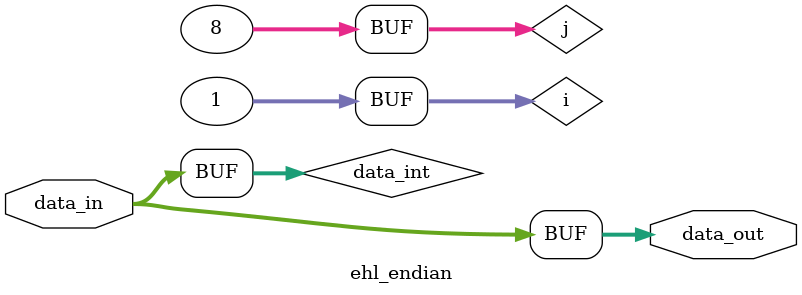
<source format=v>

module ehl_endian
#(
   parameter BYTE_CNT = 1
)
(
   input [BYTE_CNT*8 - 1:0]  data_in,   // Input data stream (Big or Little endian)
   output [BYTE_CNT*8 - 1:0] data_out   // Output data stream (Little or Big endian respectively)
);
   reg [BYTE_CNT*8 - 1:0] data_int;
   integer i, j;
   always@(data_in)
   for(i=0; i<BYTE_CNT; i=i+1)
      for(j=0; j<8; j=j+1)
         data_int[i*8 + j] = data_in[(BYTE_CNT-i-1)*8+j];

   assign data_out = data_int;

endmodule

</source>
